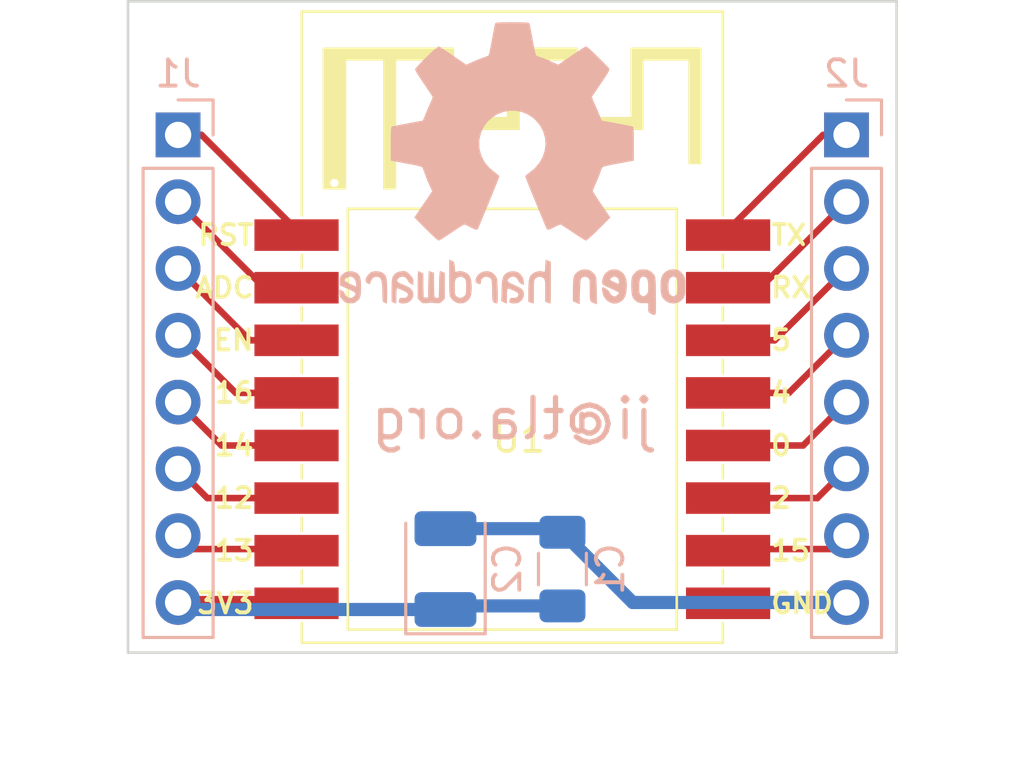
<source format=kicad_pcb>
(kicad_pcb (version 20171130) (host pcbnew 5.1.6-c6e7f7d~87~ubuntu18.04.1)

  (general
    (thickness 1.6)
    (drawings 5)
    (tracks 42)
    (zones 0)
    (modules 6)
    (nets 17)
  )

  (page A4)
  (layers
    (0 F.Cu signal)
    (31 B.Cu signal)
    (32 B.Adhes user)
    (33 F.Adhes user)
    (34 B.Paste user)
    (35 F.Paste user)
    (36 B.SilkS user)
    (37 F.SilkS user)
    (38 B.Mask user)
    (39 F.Mask user)
    (40 Dwgs.User user)
    (41 Cmts.User user)
    (42 Eco1.User user)
    (43 Eco2.User user)
    (44 Edge.Cuts user)
    (45 Margin user)
    (46 B.CrtYd user)
    (47 F.CrtYd user)
    (48 B.Fab user)
    (49 F.Fab user)
  )

  (setup
    (last_trace_width 0.25)
    (trace_clearance 0.2)
    (zone_clearance 0.508)
    (zone_45_only no)
    (trace_min 0.2)
    (via_size 0.8)
    (via_drill 0.4)
    (via_min_size 0.4)
    (via_min_drill 0.3)
    (uvia_size 0.3)
    (uvia_drill 0.1)
    (uvias_allowed no)
    (uvia_min_size 0.2)
    (uvia_min_drill 0.1)
    (edge_width 0.1)
    (segment_width 0.2)
    (pcb_text_width 0.3)
    (pcb_text_size 1.5 1.5)
    (mod_edge_width 0.15)
    (mod_text_size 1 1)
    (mod_text_width 0.15)
    (pad_size 1.524 1.524)
    (pad_drill 0.762)
    (pad_to_mask_clearance 0)
    (aux_axis_origin 0 0)
    (visible_elements FFFFFF7F)
    (pcbplotparams
      (layerselection 0x010f0_ffffffff)
      (usegerberextensions false)
      (usegerberattributes true)
      (usegerberadvancedattributes true)
      (creategerberjobfile true)
      (excludeedgelayer true)
      (linewidth 0.100000)
      (plotframeref false)
      (viasonmask false)
      (mode 1)
      (useauxorigin false)
      (hpglpennumber 1)
      (hpglpenspeed 20)
      (hpglpendiameter 15.000000)
      (psnegative false)
      (psa4output false)
      (plotreference true)
      (plotvalue true)
      (plotinvisibletext false)
      (padsonsilk false)
      (subtractmaskfromsilk false)
      (outputformat 1)
      (mirror false)
      (drillshape 0)
      (scaleselection 1)
      (outputdirectory ""))
  )

  (net 0 "")
  (net 1 +3V3)
  (net 2 GND)
  (net 3 /GPIO13)
  (net 4 /GPIO12)
  (net 5 /GPIO14)
  (net 6 /GPIO16)
  (net 7 /EN)
  (net 8 /ADC)
  (net 9 /~RST)
  (net 10 /TX)
  (net 11 /RX)
  (net 12 /GPIO5)
  (net 13 /GPIO4)
  (net 14 /GPIO0)
  (net 15 /GPIO2)
  (net 16 /GPIO15)

  (net_class Default "This is the default net class."
    (clearance 0.2)
    (trace_width 0.25)
    (via_dia 0.8)
    (via_drill 0.4)
    (uvia_dia 0.3)
    (uvia_drill 0.1)
    (add_net +3V3)
    (add_net /ADC)
    (add_net /EN)
    (add_net /GPIO0)
    (add_net /GPIO12)
    (add_net /GPIO13)
    (add_net /GPIO14)
    (add_net /GPIO15)
    (add_net /GPIO16)
    (add_net /GPIO2)
    (add_net /GPIO4)
    (add_net /GPIO5)
    (add_net /RX)
    (add_net /TX)
    (add_net /~RST)
    (add_net GND)
  )

  (module Symbol:OSHW-Logo2_14.6x12mm_SilkScreen (layer B.Cu) (tedit 0) (tstamp 5F402F73)
    (at 0 -2.54 180)
    (descr "Open Source Hardware Symbol")
    (tags "Logo Symbol OSHW")
    (attr virtual)
    (fp_text reference REF** (at 0 0) (layer B.SilkS) hide
      (effects (font (size 1 1) (thickness 0.15)) (justify mirror))
    )
    (fp_text value OSHW-Logo2_14.6x12mm_SilkScreen (at 0.75 0) (layer B.Fab) hide
      (effects (font (size 1 1) (thickness 0.15)) (justify mirror))
    )
    (fp_poly (pts (xy -4.8281 -3.861903) (xy -4.71655 -3.917522) (xy -4.618092 -4.019931) (xy -4.590977 -4.057864)
      (xy -4.561438 -4.1075) (xy -4.542272 -4.161412) (xy -4.531307 -4.233364) (xy -4.526371 -4.337122)
      (xy -4.525287 -4.474101) (xy -4.530182 -4.661815) (xy -4.547196 -4.802758) (xy -4.579823 -4.907908)
      (xy -4.631558 -4.988243) (xy -4.705896 -5.054741) (xy -4.711358 -5.058678) (xy -4.78462 -5.098953)
      (xy -4.87284 -5.11888) (xy -4.985038 -5.123793) (xy -5.167433 -5.123793) (xy -5.167509 -5.300857)
      (xy -5.169207 -5.39947) (xy -5.17955 -5.457314) (xy -5.206578 -5.492006) (xy -5.258332 -5.521164)
      (xy -5.270761 -5.527121) (xy -5.328923 -5.555039) (xy -5.373956 -5.572672) (xy -5.407441 -5.574194)
      (xy -5.430962 -5.553781) (xy -5.4461 -5.505607) (xy -5.454437 -5.423846) (xy -5.457556 -5.302672)
      (xy -5.45704 -5.13626) (xy -5.454471 -4.918785) (xy -5.453668 -4.853736) (xy -5.450778 -4.629502)
      (xy -5.448188 -4.482821) (xy -5.167586 -4.482821) (xy -5.166009 -4.607326) (xy -5.159 -4.688787)
      (xy -5.143142 -4.742515) (xy -5.115019 -4.783823) (xy -5.095925 -4.803971) (xy -5.017865 -4.862921)
      (xy -4.948753 -4.86772) (xy -4.87744 -4.819038) (xy -4.875632 -4.817241) (xy -4.846617 -4.779618)
      (xy -4.828967 -4.728484) (xy -4.820064 -4.649738) (xy -4.817291 -4.529276) (xy -4.817241 -4.502588)
      (xy -4.823942 -4.336583) (xy -4.845752 -4.221505) (xy -4.885235 -4.151254) (xy -4.944956 -4.119729)
      (xy -4.979472 -4.116552) (xy -5.061389 -4.13146) (xy -5.117579 -4.180548) (xy -5.151402 -4.270362)
      (xy -5.16622 -4.407445) (xy -5.167586 -4.482821) (xy -5.448188 -4.482821) (xy -5.447713 -4.455952)
      (xy -5.443753 -4.325382) (xy -5.438174 -4.230087) (xy -5.430254 -4.162364) (xy -5.419269 -4.114507)
      (xy -5.404499 -4.078813) (xy -5.385218 -4.047578) (xy -5.376951 -4.035824) (xy -5.267288 -3.924797)
      (xy -5.128635 -3.861847) (xy -4.968246 -3.844297) (xy -4.8281 -3.861903)) (layer B.SilkS) (width 0.01))
    (fp_poly (pts (xy -2.582571 -3.877719) (xy -2.488877 -3.931914) (xy -2.423736 -3.985707) (xy -2.376093 -4.042066)
      (xy -2.343272 -4.110987) (xy -2.322594 -4.202468) (xy -2.31138 -4.326506) (xy -2.306951 -4.493098)
      (xy -2.306437 -4.612851) (xy -2.306437 -5.053659) (xy -2.430517 -5.109283) (xy -2.554598 -5.164907)
      (xy -2.569195 -4.682095) (xy -2.575227 -4.501779) (xy -2.581555 -4.370901) (xy -2.589394 -4.280511)
      (xy -2.599963 -4.221664) (xy -2.614477 -4.185413) (xy -2.634152 -4.16281) (xy -2.640465 -4.157917)
      (xy -2.736112 -4.119706) (xy -2.832793 -4.134827) (xy -2.890345 -4.174943) (xy -2.913755 -4.20337)
      (xy -2.929961 -4.240672) (xy -2.940259 -4.297223) (xy -2.945951 -4.383394) (xy -2.948336 -4.509558)
      (xy -2.948736 -4.641042) (xy -2.948814 -4.805999) (xy -2.951639 -4.922761) (xy -2.961093 -5.00151)
      (xy -2.98106 -5.052431) (xy -3.015424 -5.085706) (xy -3.068068 -5.11152) (xy -3.138383 -5.138344)
      (xy -3.21518 -5.167542) (xy -3.206038 -4.649346) (xy -3.202357 -4.462539) (xy -3.19805 -4.32449)
      (xy -3.191877 -4.225568) (xy -3.182598 -4.156145) (xy -3.168973 -4.10659) (xy -3.149761 -4.067273)
      (xy -3.126598 -4.032584) (xy -3.014848 -3.92177) (xy -2.878487 -3.857689) (xy -2.730175 -3.842339)
      (xy -2.582571 -3.877719)) (layer B.SilkS) (width 0.01))
    (fp_poly (pts (xy -5.951779 -3.866015) (xy -5.814939 -3.937968) (xy -5.713949 -4.053766) (xy -5.678075 -4.128213)
      (xy -5.650161 -4.239992) (xy -5.635871 -4.381227) (xy -5.634516 -4.535371) (xy -5.645405 -4.685879)
      (xy -5.667847 -4.816205) (xy -5.70115 -4.909803) (xy -5.711385 -4.925922) (xy -5.832618 -5.046249)
      (xy -5.976613 -5.118317) (xy -6.132861 -5.139408) (xy -6.290852 -5.106802) (xy -6.33482 -5.087253)
      (xy -6.420444 -5.027012) (xy -6.495592 -4.947135) (xy -6.502694 -4.937004) (xy -6.531561 -4.888181)
      (xy -6.550643 -4.83599) (xy -6.561916 -4.767285) (xy -6.567355 -4.668918) (xy -6.568938 -4.527744)
      (xy -6.568965 -4.496092) (xy -6.568893 -4.486019) (xy -6.277011 -4.486019) (xy -6.275313 -4.619256)
      (xy -6.268628 -4.707674) (xy -6.254575 -4.764785) (xy -6.230771 -4.804102) (xy -6.218621 -4.817241)
      (xy -6.148764 -4.867172) (xy -6.080941 -4.864895) (xy -6.012365 -4.821584) (xy -5.971465 -4.775346)
      (xy -5.947242 -4.707857) (xy -5.933639 -4.601433) (xy -5.932706 -4.58902) (xy -5.930384 -4.396147)
      (xy -5.95465 -4.2529) (xy -6.005176 -4.16016) (xy -6.081632 -4.118807) (xy -6.108924 -4.116552)
      (xy -6.180589 -4.127893) (xy -6.22961 -4.167184) (xy -6.259582 -4.242326) (xy -6.274101 -4.361222)
      (xy -6.277011 -4.486019) (xy -6.568893 -4.486019) (xy -6.567878 -4.345659) (xy -6.563312 -4.240549)
      (xy -6.553312 -4.167714) (xy -6.535921 -4.114108) (xy -6.509184 -4.066681) (xy -6.503276 -4.057864)
      (xy -6.403968 -3.939007) (xy -6.295758 -3.870008) (xy -6.164019 -3.842619) (xy -6.119283 -3.841281)
      (xy -5.951779 -3.866015)) (layer B.SilkS) (width 0.01))
    (fp_poly (pts (xy -3.684448 -3.884676) (xy -3.569342 -3.962111) (xy -3.480389 -4.073949) (xy -3.427251 -4.216265)
      (xy -3.416503 -4.321015) (xy -3.417724 -4.364726) (xy -3.427944 -4.398194) (xy -3.456039 -4.428179)
      (xy -3.510884 -4.46144) (xy -3.601355 -4.504738) (xy -3.736328 -4.564833) (xy -3.737011 -4.565134)
      (xy -3.861249 -4.622037) (xy -3.963127 -4.672565) (xy -4.032233 -4.71128) (xy -4.058154 -4.73274)
      (xy -4.058161 -4.732913) (xy -4.035315 -4.779644) (xy -3.981891 -4.831154) (xy -3.920558 -4.868261)
      (xy -3.889485 -4.875632) (xy -3.804711 -4.850138) (xy -3.731707 -4.786291) (xy -3.696087 -4.716094)
      (xy -3.66182 -4.664343) (xy -3.594697 -4.605409) (xy -3.515792 -4.554496) (xy -3.446179 -4.526809)
      (xy -3.431623 -4.525287) (xy -3.415237 -4.550321) (xy -3.41425 -4.614311) (xy -3.426292 -4.700593)
      (xy -3.448993 -4.792501) (xy -3.479986 -4.873369) (xy -3.481552 -4.876509) (xy -3.574819 -5.006734)
      (xy -3.695696 -5.095311) (xy -3.832973 -5.138786) (xy -3.97544 -5.133706) (xy -4.111888 -5.076616)
      (xy -4.117955 -5.072602) (xy -4.22529 -4.975326) (xy -4.295868 -4.848409) (xy -4.334926 -4.681526)
      (xy -4.340168 -4.634639) (xy -4.349452 -4.413329) (xy -4.338322 -4.310124) (xy -4.058161 -4.310124)
      (xy -4.054521 -4.374503) (xy -4.034611 -4.393291) (xy -3.984974 -4.379235) (xy -3.906733 -4.346009)
      (xy -3.819274 -4.304359) (xy -3.817101 -4.303256) (xy -3.74297 -4.264265) (xy -3.713219 -4.238244)
      (xy -3.720555 -4.210965) (xy -3.751447 -4.175121) (xy -3.83004 -4.123251) (xy -3.914677 -4.119439)
      (xy -3.990597 -4.157189) (xy -4.043035 -4.230001) (xy -4.058161 -4.310124) (xy -4.338322 -4.310124)
      (xy -4.330356 -4.236261) (xy -4.281366 -4.095829) (xy -4.213164 -3.997447) (xy -4.090065 -3.89803)
      (xy -3.954472 -3.848711) (xy -3.816045 -3.845568) (xy -3.684448 -3.884676)) (layer B.SilkS) (width 0.01))
    (fp_poly (pts (xy -1.255402 -3.723857) (xy -1.246846 -3.843188) (xy -1.237019 -3.913506) (xy -1.223401 -3.944179)
      (xy -1.203473 -3.944571) (xy -1.197011 -3.94091) (xy -1.11106 -3.914398) (xy -0.999255 -3.915946)
      (xy -0.885586 -3.943199) (xy -0.81449 -3.978455) (xy -0.741595 -4.034778) (xy -0.688307 -4.098519)
      (xy -0.651725 -4.17951) (xy -0.62895 -4.287586) (xy -0.617081 -4.43258) (xy -0.613218 -4.624326)
      (xy -0.613149 -4.661109) (xy -0.613103 -5.074288) (xy -0.705046 -5.106339) (xy -0.770348 -5.128144)
      (xy -0.806176 -5.138297) (xy -0.80723 -5.138391) (xy -0.810758 -5.11086) (xy -0.813761 -5.034923)
      (xy -0.81601 -4.920565) (xy -0.817276 -4.777769) (xy -0.817471 -4.690951) (xy -0.817877 -4.519773)
      (xy -0.819968 -4.397088) (xy -0.825053 -4.313) (xy -0.83444 -4.257614) (xy -0.849439 -4.221032)
      (xy -0.871358 -4.193359) (xy -0.885043 -4.180032) (xy -0.979051 -4.126328) (xy -1.081636 -4.122307)
      (xy -1.17471 -4.167725) (xy -1.191922 -4.184123) (xy -1.217168 -4.214957) (xy -1.23468 -4.251531)
      (xy -1.245858 -4.304415) (xy -1.252104 -4.384177) (xy -1.254818 -4.501385) (xy -1.255402 -4.662991)
      (xy -1.255402 -5.074288) (xy -1.347345 -5.106339) (xy -1.412647 -5.128144) (xy -1.448475 -5.138297)
      (xy -1.449529 -5.138391) (xy -1.452225 -5.110448) (xy -1.454655 -5.03163) (xy -1.456722 -4.909453)
      (xy -1.458329 -4.751432) (xy -1.459377 -4.565083) (xy -1.459769 -4.35792) (xy -1.45977 -4.348706)
      (xy -1.45977 -3.55902) (xy -1.364885 -3.518997) (xy -1.27 -3.478973) (xy -1.255402 -3.723857)) (layer B.SilkS) (width 0.01))
    (fp_poly (pts (xy 0.079944 -3.92436) (xy 0.194343 -3.966842) (xy 0.195652 -3.967658) (xy 0.266403 -4.01973)
      (xy 0.318636 -4.080584) (xy 0.355371 -4.159887) (xy 0.379634 -4.267309) (xy 0.394445 -4.412517)
      (xy 0.402829 -4.605179) (xy 0.403564 -4.632628) (xy 0.41412 -5.046521) (xy 0.325291 -5.092456)
      (xy 0.261018 -5.123498) (xy 0.22221 -5.138206) (xy 0.220415 -5.138391) (xy 0.2137 -5.11125)
      (xy 0.208365 -5.038041) (xy 0.205083 -4.931081) (xy 0.204368 -4.844469) (xy 0.204351 -4.704162)
      (xy 0.197937 -4.616051) (xy 0.17558 -4.574025) (xy 0.127732 -4.571975) (xy 0.044849 -4.60379)
      (xy -0.080287 -4.662272) (xy -0.172303 -4.710845) (xy -0.219629 -4.752986) (xy -0.233542 -4.798916)
      (xy -0.233563 -4.801189) (xy -0.210605 -4.880311) (xy -0.14263 -4.923055) (xy -0.038602 -4.929246)
      (xy 0.03633 -4.928172) (xy 0.075839 -4.949753) (xy 0.100478 -5.001591) (xy 0.114659 -5.067632)
      (xy 0.094223 -5.105104) (xy 0.086528 -5.110467) (xy 0.014083 -5.132006) (xy -0.087367 -5.135055)
      (xy -0.191843 -5.120778) (xy -0.265875 -5.094688) (xy -0.368228 -5.007785) (xy -0.426409 -4.886816)
      (xy -0.437931 -4.792308) (xy -0.429138 -4.707062) (xy -0.39732 -4.637476) (xy -0.334316 -4.575672)
      (xy -0.231969 -4.513772) (xy -0.082118 -4.443897) (xy -0.072988 -4.439948) (xy 0.061997 -4.377588)
      (xy 0.145294 -4.326446) (xy 0.180997 -4.280488) (xy 0.173203 -4.233683) (xy 0.126007 -4.179998)
      (xy 0.111894 -4.167644) (xy 0.017359 -4.119741) (xy -0.080594 -4.121758) (xy -0.165903 -4.168724)
      (xy -0.222504 -4.255669) (xy -0.227763 -4.272734) (xy -0.278977 -4.355504) (xy -0.343963 -4.395372)
      (xy -0.437931 -4.434882) (xy -0.437931 -4.332658) (xy -0.409347 -4.184072) (xy -0.324505 -4.047784)
      (xy -0.280355 -4.002191) (xy -0.179995 -3.943674) (xy -0.052365 -3.917184) (xy 0.079944 -3.92436)) (layer B.SilkS) (width 0.01))
    (fp_poly (pts (xy 1.065943 -3.92192) (xy 1.198565 -3.970859) (xy 1.30601 -4.057419) (xy 1.348032 -4.118352)
      (xy 1.393843 -4.230161) (xy 1.392891 -4.311006) (xy 1.344808 -4.365378) (xy 1.327017 -4.374624)
      (xy 1.250204 -4.40345) (xy 1.210976 -4.396065) (xy 1.197689 -4.347658) (xy 1.197012 -4.32092)
      (xy 1.172686 -4.222548) (xy 1.109281 -4.153734) (xy 1.021154 -4.120498) (xy 0.922663 -4.128861)
      (xy 0.842602 -4.172296) (xy 0.815561 -4.197072) (xy 0.796394 -4.227129) (xy 0.783446 -4.272565)
      (xy 0.775064 -4.343476) (xy 0.769593 -4.44996) (xy 0.765378 -4.602112) (xy 0.764287 -4.650287)
      (xy 0.760307 -4.815095) (xy 0.755781 -4.931088) (xy 0.748995 -5.007833) (xy 0.738231 -5.054893)
      (xy 0.721773 -5.081835) (xy 0.697906 -5.098223) (xy 0.682626 -5.105463) (xy 0.617733 -5.13022)
      (xy 0.579534 -5.138391) (xy 0.566912 -5.111103) (xy 0.559208 -5.028603) (xy 0.55638 -4.889941)
      (xy 0.558386 -4.694162) (xy 0.559011 -4.663965) (xy 0.563421 -4.485349) (xy 0.568635 -4.354923)
      (xy 0.576055 -4.262492) (xy 0.587082 -4.197858) (xy 0.603117 -4.150825) (xy 0.625561 -4.111196)
      (xy 0.637302 -4.094215) (xy 0.704619 -4.01908) (xy 0.77991 -3.960638) (xy 0.789128 -3.955536)
      (xy 0.924133 -3.91526) (xy 1.065943 -3.92192)) (layer B.SilkS) (width 0.01))
    (fp_poly (pts (xy 2.393914 -4.154455) (xy 2.393543 -4.372661) (xy 2.392108 -4.540519) (xy 2.389002 -4.66607)
      (xy 2.383622 -4.757355) (xy 2.375362 -4.822415) (xy 2.363616 -4.869291) (xy 2.347781 -4.906024)
      (xy 2.33579 -4.926991) (xy 2.23649 -5.040694) (xy 2.110588 -5.111965) (xy 1.971291 -5.137538)
      (xy 1.831805 -5.11415) (xy 1.748743 -5.072119) (xy 1.661545 -4.999411) (xy 1.602117 -4.910612)
      (xy 1.566261 -4.79432) (xy 1.549781 -4.639135) (xy 1.547447 -4.525287) (xy 1.547761 -4.517106)
      (xy 1.751724 -4.517106) (xy 1.75297 -4.647657) (xy 1.758678 -4.73408) (xy 1.771804 -4.790618)
      (xy 1.795306 -4.831514) (xy 1.823386 -4.862362) (xy 1.917688 -4.921905) (xy 2.01894 -4.926992)
      (xy 2.114636 -4.877279) (xy 2.122084 -4.870543) (xy 2.153874 -4.835502) (xy 2.173808 -4.793811)
      (xy 2.1846 -4.731762) (xy 2.188965 -4.635644) (xy 2.189655 -4.529379) (xy 2.188159 -4.39588)
      (xy 2.181964 -4.306822) (xy 2.168514 -4.248293) (xy 2.145251 -4.206382) (xy 2.126175 -4.184123)
      (xy 2.037563 -4.127985) (xy 1.935508 -4.121235) (xy 1.838095 -4.164114) (xy 1.819296 -4.180032)
      (xy 1.787293 -4.215382) (xy 1.767318 -4.257502) (xy 1.756593 -4.320251) (xy 1.752339 -4.417487)
      (xy 1.751724 -4.517106) (xy 1.547761 -4.517106) (xy 1.554504 -4.341947) (xy 1.578472 -4.204195)
      (xy 1.623548 -4.100632) (xy 1.693928 -4.019856) (xy 1.748743 -3.978455) (xy 1.848376 -3.933728)
      (xy 1.963855 -3.912967) (xy 2.071199 -3.918525) (xy 2.131264 -3.940943) (xy 2.154835 -3.947323)
      (xy 2.170477 -3.923535) (xy 2.181395 -3.859788) (xy 2.189655 -3.762687) (xy 2.198699 -3.654541)
      (xy 2.211261 -3.589475) (xy 2.234119 -3.552268) (xy 2.274051 -3.527699) (xy 2.299138 -3.516819)
      (xy 2.394023 -3.477072) (xy 2.393914 -4.154455)) (layer B.SilkS) (width 0.01))
    (fp_poly (pts (xy 3.580124 -3.93984) (xy 3.584579 -4.016653) (xy 3.588071 -4.133391) (xy 3.590315 -4.280821)
      (xy 3.591035 -4.435455) (xy 3.591035 -4.958727) (xy 3.498645 -5.051117) (xy 3.434978 -5.108047)
      (xy 3.379089 -5.131107) (xy 3.302702 -5.129647) (xy 3.27238 -5.125934) (xy 3.17761 -5.115126)
      (xy 3.099222 -5.108933) (xy 3.080115 -5.108361) (xy 3.015699 -5.112102) (xy 2.923571 -5.121494)
      (xy 2.88785 -5.125934) (xy 2.800114 -5.132801) (xy 2.741153 -5.117885) (xy 2.68269 -5.071835)
      (xy 2.661585 -5.051117) (xy 2.569195 -4.958727) (xy 2.569195 -3.979947) (xy 2.643558 -3.946066)
      (xy 2.70759 -3.92097) (xy 2.745052 -3.912184) (xy 2.754657 -3.93995) (xy 2.763635 -4.01753)
      (xy 2.771386 -4.136348) (xy 2.777314 -4.287828) (xy 2.780173 -4.415805) (xy 2.788161 -4.919425)
      (xy 2.857848 -4.929278) (xy 2.921229 -4.922389) (xy 2.952286 -4.900083) (xy 2.960967 -4.858379)
      (xy 2.968378 -4.769544) (xy 2.973931 -4.644834) (xy 2.977036 -4.495507) (xy 2.977484 -4.418661)
      (xy 2.977931 -3.976287) (xy 3.069874 -3.944235) (xy 3.134949 -3.922443) (xy 3.170347 -3.912281)
      (xy 3.171368 -3.912184) (xy 3.17492 -3.939809) (xy 3.178823 -4.016411) (xy 3.182751 -4.132579)
      (xy 3.186376 -4.278904) (xy 3.188908 -4.415805) (xy 3.196897 -4.919425) (xy 3.372069 -4.919425)
      (xy 3.380107 -4.459965) (xy 3.388146 -4.000505) (xy 3.473543 -3.956344) (xy 3.536593 -3.926019)
      (xy 3.57391 -3.912258) (xy 3.574987 -3.912184) (xy 3.580124 -3.93984)) (layer B.SilkS) (width 0.01))
    (fp_poly (pts (xy 4.314406 -3.935156) (xy 4.398469 -3.973393) (xy 4.46445 -4.019726) (xy 4.512794 -4.071532)
      (xy 4.546172 -4.138363) (xy 4.567253 -4.229769) (xy 4.578707 -4.355301) (xy 4.583203 -4.524508)
      (xy 4.583678 -4.635933) (xy 4.583678 -5.070627) (xy 4.509316 -5.104509) (xy 4.450746 -5.129272)
      (xy 4.42173 -5.138391) (xy 4.416179 -5.111257) (xy 4.411775 -5.038094) (xy 4.409078 -4.931263)
      (xy 4.408506 -4.846437) (xy 4.406046 -4.723887) (xy 4.399412 -4.626668) (xy 4.389726 -4.567134)
      (xy 4.382032 -4.554483) (xy 4.330311 -4.567402) (xy 4.249117 -4.600539) (xy 4.155102 -4.645461)
      (xy 4.064917 -4.693735) (xy 3.995215 -4.736928) (xy 3.962648 -4.766608) (xy 3.962519 -4.766929)
      (xy 3.96532 -4.821857) (xy 3.990439 -4.874292) (xy 4.034541 -4.916881) (xy 4.098909 -4.931126)
      (xy 4.153921 -4.929466) (xy 4.231835 -4.928245) (xy 4.272732 -4.946498) (xy 4.297295 -4.994726)
      (xy 4.300392 -5.00382) (xy 4.31104 -5.072598) (xy 4.282565 -5.11436) (xy 4.208344 -5.134263)
      (xy 4.128168 -5.137944) (xy 3.98389 -5.110658) (xy 3.909203 -5.07169) (xy 3.816963 -4.980148)
      (xy 3.768043 -4.867782) (xy 3.763654 -4.749051) (xy 3.805001 -4.638411) (xy 3.867197 -4.56908)
      (xy 3.929294 -4.530265) (xy 4.026895 -4.481125) (xy 4.140632 -4.431292) (xy 4.15959 -4.423677)
      (xy 4.284521 -4.368545) (xy 4.356539 -4.319954) (xy 4.3797 -4.271647) (xy 4.358064 -4.21737)
      (xy 4.32092 -4.174943) (xy 4.233127 -4.122702) (xy 4.13653 -4.118784) (xy 4.047944 -4.159041)
      (xy 3.984186 -4.239326) (xy 3.975817 -4.26004) (xy 3.927096 -4.336225) (xy 3.855965 -4.392785)
      (xy 3.766207 -4.439201) (xy 3.766207 -4.307584) (xy 3.77149 -4.227168) (xy 3.794142 -4.163786)
      (xy 3.844367 -4.096163) (xy 3.892582 -4.044076) (xy 3.967554 -3.970322) (xy 4.025806 -3.930702)
      (xy 4.088372 -3.91481) (xy 4.159193 -3.912184) (xy 4.314406 -3.935156)) (layer B.SilkS) (width 0.01))
    (fp_poly (pts (xy 5.33569 -3.940018) (xy 5.370585 -3.955269) (xy 5.453877 -4.021235) (xy 5.525103 -4.116618)
      (xy 5.569153 -4.218406) (xy 5.576322 -4.268587) (xy 5.552285 -4.338647) (xy 5.499561 -4.375717)
      (xy 5.443031 -4.398164) (xy 5.417146 -4.4023) (xy 5.404542 -4.372283) (xy 5.379654 -4.306961)
      (xy 5.368735 -4.277445) (xy 5.307508 -4.175348) (xy 5.218861 -4.124423) (xy 5.105193 -4.125989)
      (xy 5.096774 -4.127994) (xy 5.036088 -4.156767) (xy 4.991474 -4.212859) (xy 4.961002 -4.303163)
      (xy 4.942744 -4.434571) (xy 4.934771 -4.613974) (xy 4.934023 -4.709433) (xy 4.933652 -4.859913)
      (xy 4.931223 -4.962495) (xy 4.92476 -5.027672) (xy 4.912288 -5.065938) (xy 4.891833 -5.087785)
      (xy 4.861419 -5.103707) (xy 4.859661 -5.104509) (xy 4.801091 -5.129272) (xy 4.772075 -5.138391)
      (xy 4.767616 -5.110822) (xy 4.763799 -5.03462) (xy 4.760899 -4.919541) (xy 4.759191 -4.775341)
      (xy 4.758851 -4.669814) (xy 4.760588 -4.465613) (xy 4.767382 -4.310697) (xy 4.781607 -4.196024)
      (xy 4.805638 -4.112551) (xy 4.841848 -4.051236) (xy 4.892612 -4.003034) (xy 4.942739 -3.969393)
      (xy 5.063275 -3.924619) (xy 5.203557 -3.914521) (xy 5.33569 -3.940018)) (layer B.SilkS) (width 0.01))
    (fp_poly (pts (xy 6.343439 -3.95654) (xy 6.45895 -4.032034) (xy 6.514664 -4.099617) (xy 6.558804 -4.222255)
      (xy 6.562309 -4.319298) (xy 6.554368 -4.449056) (xy 6.255115 -4.580039) (xy 6.109611 -4.646958)
      (xy 6.014537 -4.70079) (xy 5.965101 -4.747416) (xy 5.956511 -4.79272) (xy 5.983972 -4.842582)
      (xy 6.014253 -4.875632) (xy 6.102363 -4.928633) (xy 6.198196 -4.932347) (xy 6.286212 -4.891041)
      (xy 6.350869 -4.808983) (xy 6.362433 -4.780008) (xy 6.417825 -4.689509) (xy 6.481553 -4.65094)
      (xy 6.568966 -4.617946) (xy 6.568966 -4.743034) (xy 6.561238 -4.828156) (xy 6.530966 -4.899938)
      (xy 6.467518 -4.982356) (xy 6.458088 -4.993066) (xy 6.387513 -5.066391) (xy 6.326847 -5.105742)
      (xy 6.25095 -5.123845) (xy 6.18803 -5.129774) (xy 6.075487 -5.131251) (xy 5.99537 -5.112535)
      (xy 5.94539 -5.084747) (xy 5.866838 -5.023641) (xy 5.812463 -4.957554) (xy 5.778052 -4.874441)
      (xy 5.759388 -4.762254) (xy 5.752256 -4.608946) (xy 5.751687 -4.531136) (xy 5.753622 -4.437853)
      (xy 5.929899 -4.437853) (xy 5.931944 -4.487896) (xy 5.937039 -4.496092) (xy 5.970666 -4.484958)
      (xy 6.04303 -4.455493) (xy 6.139747 -4.413601) (xy 6.159973 -4.404597) (xy 6.282203 -4.342442)
      (xy 6.349547 -4.287815) (xy 6.364348 -4.236649) (xy 6.328947 -4.184876) (xy 6.299711 -4.162)
      (xy 6.194216 -4.11625) (xy 6.095476 -4.123808) (xy 6.012812 -4.179651) (xy 5.955548 -4.278753)
      (xy 5.937188 -4.357414) (xy 5.929899 -4.437853) (xy 5.753622 -4.437853) (xy 5.755459 -4.349351)
      (xy 5.769359 -4.214853) (xy 5.796894 -4.116916) (xy 5.841572 -4.044811) (xy 5.906901 -3.987813)
      (xy 5.935383 -3.969393) (xy 6.064763 -3.921422) (xy 6.206412 -3.918403) (xy 6.343439 -3.95654)) (layer B.SilkS) (width 0.01))
    (fp_poly (pts (xy 0.209014 5.547002) (xy 0.367006 5.546137) (xy 0.481347 5.543795) (xy 0.559407 5.539238)
      (xy 0.608554 5.53173) (xy 0.636159 5.520534) (xy 0.649592 5.504912) (xy 0.656221 5.484127)
      (xy 0.656865 5.481437) (xy 0.666935 5.432887) (xy 0.685575 5.337095) (xy 0.710845 5.204257)
      (xy 0.740807 5.044569) (xy 0.773522 4.868226) (xy 0.774664 4.862033) (xy 0.807433 4.689218)
      (xy 0.838093 4.536531) (xy 0.864664 4.413129) (xy 0.885167 4.328169) (xy 0.897626 4.29081)
      (xy 0.89822 4.290148) (xy 0.934919 4.271905) (xy 1.010586 4.241503) (xy 1.108878 4.205507)
      (xy 1.109425 4.205315) (xy 1.233233 4.158778) (xy 1.379196 4.099496) (xy 1.516781 4.039891)
      (xy 1.523293 4.036944) (xy 1.74739 3.935235) (xy 2.243619 4.274103) (xy 2.395846 4.377408)
      (xy 2.533741 4.469763) (xy 2.649315 4.545916) (xy 2.734579 4.600615) (xy 2.781544 4.628607)
      (xy 2.786004 4.630683) (xy 2.820134 4.62144) (xy 2.883881 4.576844) (xy 2.979731 4.494791)
      (xy 3.110169 4.373179) (xy 3.243328 4.243795) (xy 3.371694 4.116298) (xy 3.486581 3.999954)
      (xy 3.581073 3.901948) (xy 3.648253 3.829464) (xy 3.681206 3.789687) (xy 3.682432 3.787639)
      (xy 3.686074 3.760344) (xy 3.67235 3.715766) (xy 3.637869 3.647888) (xy 3.579239 3.550689)
      (xy 3.49307 3.418149) (xy 3.3782 3.247524) (xy 3.276254 3.097345) (xy 3.185123 2.96265)
      (xy 3.110073 2.85126) (xy 3.056369 2.770995) (xy 3.02928 2.729675) (xy 3.027574 2.72687)
      (xy 3.030882 2.687279) (xy 3.055953 2.610331) (xy 3.097798 2.510568) (xy 3.112712 2.478709)
      (xy 3.177786 2.336774) (xy 3.247212 2.175727) (xy 3.303609 2.036379) (xy 3.344247 1.932956)
      (xy 3.376526 1.854358) (xy 3.395178 1.81328) (xy 3.397497 1.810115) (xy 3.431803 1.804872)
      (xy 3.512669 1.790506) (xy 3.629343 1.769063) (xy 3.771075 1.742587) (xy 3.92711 1.713123)
      (xy 4.086698 1.682717) (xy 4.239085 1.653412) (xy 4.373521 1.627255) (xy 4.479252 1.60629)
      (xy 4.545526 1.592561) (xy 4.561782 1.58868) (xy 4.578573 1.5791) (xy 4.591249 1.557464)
      (xy 4.600378 1.516469) (xy 4.606531 1.448811) (xy 4.61028 1.347188) (xy 4.612192 1.204297)
      (xy 4.61284 1.012835) (xy 4.612874 0.934355) (xy 4.612874 0.296094) (xy 4.459598 0.26584)
      (xy 4.374322 0.249436) (xy 4.24707 0.225491) (xy 4.093315 0.196893) (xy 3.928534 0.166533)
      (xy 3.882989 0.158194) (xy 3.730932 0.12863) (xy 3.598468 0.099558) (xy 3.496714 0.073671)
      (xy 3.436788 0.053663) (xy 3.426805 0.047699) (xy 3.402293 0.005466) (xy 3.367148 -0.07637)
      (xy 3.328173 -0.181683) (xy 3.320442 -0.204368) (xy 3.26936 -0.345018) (xy 3.205954 -0.503714)
      (xy 3.143904 -0.646225) (xy 3.143598 -0.646886) (xy 3.040267 -0.87044) (xy 3.719961 -1.870232)
      (xy 3.283621 -2.3073) (xy 3.151649 -2.437381) (xy 3.031279 -2.552048) (xy 2.929273 -2.645181)
      (xy 2.852391 -2.710658) (xy 2.807393 -2.742357) (xy 2.800938 -2.744368) (xy 2.76304 -2.728529)
      (xy 2.685708 -2.684496) (xy 2.577389 -2.61749) (xy 2.446532 -2.532734) (xy 2.305052 -2.437816)
      (xy 2.161461 -2.340998) (xy 2.033435 -2.256751) (xy 1.929105 -2.190258) (xy 1.8566 -2.146702)
      (xy 1.824158 -2.131264) (xy 1.784576 -2.144328) (xy 1.709519 -2.17875) (xy 1.614468 -2.22738)
      (xy 1.604392 -2.232785) (xy 1.476391 -2.29698) (xy 1.388618 -2.328463) (xy 1.334028 -2.328798)
      (xy 1.305575 -2.299548) (xy 1.30541 -2.299138) (xy 1.291188 -2.264498) (xy 1.257269 -2.182269)
      (xy 1.206284 -2.058814) (xy 1.140862 -1.900498) (xy 1.063634 -1.713686) (xy 0.977229 -1.504742)
      (xy 0.893551 -1.302446) (xy 0.801588 -1.0792) (xy 0.71715 -0.872392) (xy 0.642769 -0.688362)
      (xy 0.580974 -0.533451) (xy 0.534297 -0.413996) (xy 0.505268 -0.336339) (xy 0.496322 -0.307356)
      (xy 0.518756 -0.27411) (xy 0.577439 -0.221123) (xy 0.655689 -0.162704) (xy 0.878534 0.022048)
      (xy 1.052718 0.233818) (xy 1.176154 0.468144) (xy 1.246754 0.720566) (xy 1.262431 0.986623)
      (xy 1.251036 1.109425) (xy 1.18895 1.364207) (xy 1.082023 1.589199) (xy 0.936889 1.782183)
      (xy 0.760178 1.940939) (xy 0.558522 2.06325) (xy 0.338554 2.146895) (xy 0.106906 2.189656)
      (xy -0.129791 2.189313) (xy -0.364905 2.143648) (xy -0.591804 2.050441) (xy -0.803856 1.907473)
      (xy -0.892364 1.826617) (xy -1.062111 1.618993) (xy -1.180301 1.392105) (xy -1.247722 1.152567)
      (xy -1.26516 0.906993) (xy -1.233402 0.661997) (xy -1.153235 0.424192) (xy -1.025445 0.200193)
      (xy -0.85082 -0.003387) (xy -0.655688 -0.162704) (xy -0.574409 -0.223602) (xy -0.516991 -0.276015)
      (xy -0.496322 -0.307406) (xy -0.507144 -0.341639) (xy -0.537923 -0.423419) (xy -0.586126 -0.546407)
      (xy -0.649222 -0.704263) (xy -0.724678 -0.890649) (xy -0.809962 -1.099226) (xy -0.893781 -1.302496)
      (xy -0.986255 -1.525933) (xy -1.071911 -1.732984) (xy -1.148118 -1.917286) (xy -1.212247 -2.072475)
      (xy -1.261668 -2.192188) (xy -1.293752 -2.270061) (xy -1.305641 -2.299138) (xy -1.333726 -2.328677)
      (xy -1.388051 -2.328591) (xy -1.475605 -2.297326) (xy -1.603381 -2.233329) (xy -1.604392 -2.232785)
      (xy -1.700598 -2.183121) (xy -1.778369 -2.146945) (xy -1.822223 -2.131408) (xy -1.824158 -2.131264)
      (xy -1.857171 -2.147024) (xy -1.930054 -2.19085) (xy -2.034678 -2.257557) (xy -2.16291 -2.341964)
      (xy -2.305052 -2.437816) (xy -2.449767 -2.534867) (xy -2.580196 -2.61927) (xy -2.68789 -2.685801)
      (xy -2.764402 -2.729238) (xy -2.800938 -2.744368) (xy -2.834582 -2.724482) (xy -2.902224 -2.668903)
      (xy -2.997107 -2.583754) (xy -3.11247 -2.475153) (xy -3.241555 -2.349221) (xy -3.283771 -2.307149)
      (xy -3.720261 -1.869931) (xy -3.388023 -1.38234) (xy -3.287054 -1.232605) (xy -3.198438 -1.09822)
      (xy -3.127146 -0.986969) (xy -3.07815 -0.906639) (xy -3.056422 -0.865014) (xy -3.055785 -0.862053)
      (xy -3.06724 -0.822818) (xy -3.098051 -0.743895) (xy -3.142884 -0.638509) (xy -3.174353 -0.567954)
      (xy -3.233192 -0.432876) (xy -3.288604 -0.296409) (xy -3.331564 -0.181103) (xy -3.343234 -0.145977)
      (xy -3.376389 -0.052174) (xy -3.408799 0.020306) (xy -3.426601 0.047699) (xy -3.465886 0.064464)
      (xy -3.551626 0.08823) (xy -3.672697 0.116303) (xy -3.817973 0.145991) (xy -3.882988 0.158194)
      (xy -4.048087 0.188532) (xy -4.206448 0.217907) (xy -4.342596 0.243431) (xy -4.441057 0.262215)
      (xy -4.459598 0.26584) (xy -4.612873 0.296094) (xy -4.612873 0.934355) (xy -4.612529 1.14423)
      (xy -4.611116 1.30302) (xy -4.608064 1.418027) (xy -4.602803 1.496554) (xy -4.594763 1.545904)
      (xy -4.583373 1.573381) (xy -4.568063 1.586287) (xy -4.561782 1.58868) (xy -4.523896 1.597167)
      (xy -4.440195 1.6141) (xy -4.321433 1.637434) (xy -4.178361 1.665125) (xy -4.021732 1.695127)
      (xy -3.862297 1.725396) (xy -3.710809 1.753885) (xy -3.578019 1.778551) (xy -3.474681 1.797349)
      (xy -3.411545 1.808233) (xy -3.397497 1.810115) (xy -3.38477 1.835296) (xy -3.3566 1.902378)
      (xy -3.318252 1.998667) (xy -3.303609 2.036379) (xy -3.244548 2.182079) (xy -3.175 2.343049)
      (xy -3.112712 2.478709) (xy -3.066879 2.582439) (xy -3.036387 2.667674) (xy -3.026208 2.719874)
      (xy -3.027831 2.72687) (xy -3.049343 2.759898) (xy -3.098465 2.833357) (xy -3.169923 2.939423)
      (xy -3.258445 3.070274) (xy -3.358759 3.218088) (xy -3.378594 3.247266) (xy -3.494988 3.420137)
      (xy -3.580548 3.551774) (xy -3.638684 3.648239) (xy -3.672808 3.715592) (xy -3.686331 3.759894)
      (xy -3.682664 3.787206) (xy -3.68257 3.78738) (xy -3.653707 3.823254) (xy -3.589867 3.892609)
      (xy -3.497969 3.988255) (xy -3.384933 4.103001) (xy -3.257679 4.229659) (xy -3.243328 4.243795)
      (xy -3.082957 4.399097) (xy -2.959195 4.51313) (xy -2.869555 4.587998) (xy -2.811552 4.625804)
      (xy -2.786004 4.630683) (xy -2.748718 4.609397) (xy -2.671343 4.560227) (xy -2.561867 4.488425)
      (xy -2.42828 4.399245) (xy -2.27857 4.297937) (xy -2.243618 4.274103) (xy -1.74739 3.935235)
      (xy -1.523293 4.036944) (xy -1.387011 4.096217) (xy -1.240724 4.15583) (xy -1.114965 4.20336)
      (xy -1.109425 4.205315) (xy -1.011057 4.241323) (xy -0.935229 4.271771) (xy -0.898282 4.290095)
      (xy -0.89822 4.290148) (xy -0.886496 4.323271) (xy -0.866568 4.404733) (xy -0.840413 4.525375)
      (xy -0.81001 4.676041) (xy -0.777337 4.847572) (xy -0.774664 4.862033) (xy -0.74189 5.038765)
      (xy -0.711802 5.19919) (xy -0.686339 5.333112) (xy -0.667441 5.430337) (xy -0.657047 5.480668)
      (xy -0.656865 5.481437) (xy -0.650539 5.502847) (xy -0.638239 5.519012) (xy -0.612594 5.530669)
      (xy -0.566235 5.538555) (xy -0.491792 5.543407) (xy -0.381895 5.545961) (xy -0.229175 5.546955)
      (xy -0.026262 5.547126) (xy 0 5.547126) (xy 0.209014 5.547002)) (layer B.SilkS) (width 0.01))
  )

  (module Capacitor_SMD:C_1206_3216Metric (layer B.Cu) (tedit 5B301BBE) (tstamp 5F4022E0)
    (at 1.905 12.7 90)
    (descr "Capacitor SMD 1206 (3216 Metric), square (rectangular) end terminal, IPC_7351 nominal, (Body size source: http://www.tortai-tech.com/upload/download/2011102023233369053.pdf), generated with kicad-footprint-generator")
    (tags capacitor)
    (path /5F4CE94A)
    (attr smd)
    (fp_text reference C1 (at 0 1.82 90) (layer B.SilkS)
      (effects (font (size 1 1) (thickness 0.15)) (justify mirror))
    )
    (fp_text value 100n (at 0 -1.82 90) (layer B.Fab)
      (effects (font (size 1 1) (thickness 0.15)) (justify mirror))
    )
    (fp_line (start 2.28 -1.12) (end -2.28 -1.12) (layer B.CrtYd) (width 0.05))
    (fp_line (start 2.28 1.12) (end 2.28 -1.12) (layer B.CrtYd) (width 0.05))
    (fp_line (start -2.28 1.12) (end 2.28 1.12) (layer B.CrtYd) (width 0.05))
    (fp_line (start -2.28 -1.12) (end -2.28 1.12) (layer B.CrtYd) (width 0.05))
    (fp_line (start -0.602064 -0.91) (end 0.602064 -0.91) (layer B.SilkS) (width 0.12))
    (fp_line (start -0.602064 0.91) (end 0.602064 0.91) (layer B.SilkS) (width 0.12))
    (fp_line (start 1.6 -0.8) (end -1.6 -0.8) (layer B.Fab) (width 0.1))
    (fp_line (start 1.6 0.8) (end 1.6 -0.8) (layer B.Fab) (width 0.1))
    (fp_line (start -1.6 0.8) (end 1.6 0.8) (layer B.Fab) (width 0.1))
    (fp_line (start -1.6 -0.8) (end -1.6 0.8) (layer B.Fab) (width 0.1))
    (fp_text user %R (at 0 0 90) (layer B.Fab)
      (effects (font (size 0.8 0.8) (thickness 0.12)) (justify mirror))
    )
    (pad 1 smd roundrect (at -1.4 0 90) (size 1.25 1.75) (layers B.Cu B.Paste B.Mask) (roundrect_rratio 0.2)
      (net 1 +3V3))
    (pad 2 smd roundrect (at 1.4 0 90) (size 1.25 1.75) (layers B.Cu B.Paste B.Mask) (roundrect_rratio 0.2)
      (net 2 GND))
    (model ${KISYS3DMOD}/Capacitor_SMD.3dshapes/C_1206_3216Metric.wrl
      (at (xyz 0 0 0))
      (scale (xyz 1 1 1))
      (rotate (xyz 0 0 0))
    )
  )

  (module Capacitor_Tantalum_SMD:CP_EIA-3528-12_Kemet-T (layer B.Cu) (tedit 5B342532) (tstamp 5F4022F3)
    (at -2.54 12.7 90)
    (descr "Tantalum Capacitor SMD Kemet-T (3528-12 Metric), IPC_7351 nominal, (Body size from: http://www.kemet.com/Lists/ProductCatalog/Attachments/253/KEM_TC101_STD.pdf), generated with kicad-footprint-generator")
    (tags "capacitor tantalum")
    (path /5F4CEC8A)
    (attr smd)
    (fp_text reference C2 (at 0 2.35 90) (layer B.SilkS)
      (effects (font (size 1 1) (thickness 0.15)) (justify mirror))
    )
    (fp_text value 10u (at 0 -2.35 90) (layer B.Fab)
      (effects (font (size 1 1) (thickness 0.15)) (justify mirror))
    )
    (fp_line (start 2.45 -1.65) (end -2.45 -1.65) (layer B.CrtYd) (width 0.05))
    (fp_line (start 2.45 1.65) (end 2.45 -1.65) (layer B.CrtYd) (width 0.05))
    (fp_line (start -2.45 1.65) (end 2.45 1.65) (layer B.CrtYd) (width 0.05))
    (fp_line (start -2.45 -1.65) (end -2.45 1.65) (layer B.CrtYd) (width 0.05))
    (fp_line (start -2.46 -1.51) (end 1.75 -1.51) (layer B.SilkS) (width 0.12))
    (fp_line (start -2.46 1.51) (end -2.46 -1.51) (layer B.SilkS) (width 0.12))
    (fp_line (start 1.75 1.51) (end -2.46 1.51) (layer B.SilkS) (width 0.12))
    (fp_line (start 1.75 -1.4) (end 1.75 1.4) (layer B.Fab) (width 0.1))
    (fp_line (start -1.75 -1.4) (end 1.75 -1.4) (layer B.Fab) (width 0.1))
    (fp_line (start -1.75 0.7) (end -1.75 -1.4) (layer B.Fab) (width 0.1))
    (fp_line (start -1.05 1.4) (end -1.75 0.7) (layer B.Fab) (width 0.1))
    (fp_line (start 1.75 1.4) (end -1.05 1.4) (layer B.Fab) (width 0.1))
    (fp_text user %R (at 0 0 90) (layer B.Fab)
      (effects (font (size 0.88 0.88) (thickness 0.13)) (justify mirror))
    )
    (pad 1 smd roundrect (at -1.5375 0 90) (size 1.325 2.35) (layers B.Cu B.Paste B.Mask) (roundrect_rratio 0.188679)
      (net 1 +3V3))
    (pad 2 smd roundrect (at 1.5375 0 90) (size 1.325 2.35) (layers B.Cu B.Paste B.Mask) (roundrect_rratio 0.188679)
      (net 2 GND))
    (model ${KISYS3DMOD}/Capacitor_Tantalum_SMD.3dshapes/CP_EIA-3528-12_Kemet-T.wrl
      (at (xyz 0 0 0))
      (scale (xyz 1 1 1))
      (rotate (xyz 0 0 0))
    )
  )

  (module Connector_PinHeader_2.54mm:PinHeader_1x08_P2.54mm_Vertical (layer B.Cu) (tedit 59FED5CC) (tstamp 5F40230F)
    (at -12.7 -3.81 180)
    (descr "Through hole straight pin header, 1x08, 2.54mm pitch, single row")
    (tags "Through hole pin header THT 1x08 2.54mm single row")
    (path /5F40F23F)
    (fp_text reference J1 (at 0 2.33) (layer B.SilkS)
      (effects (font (size 1 1) (thickness 0.15)) (justify mirror))
    )
    (fp_text value Conn_01x08_Male (at 0 -20.11) (layer B.Fab)
      (effects (font (size 1 1) (thickness 0.15)) (justify mirror))
    )
    (fp_text user %R (at 0 -8.89 270) (layer B.Fab)
      (effects (font (size 1 1) (thickness 0.15)) (justify mirror))
    )
    (fp_line (start -0.635 1.27) (end 1.27 1.27) (layer B.Fab) (width 0.1))
    (fp_line (start 1.27 1.27) (end 1.27 -19.05) (layer B.Fab) (width 0.1))
    (fp_line (start 1.27 -19.05) (end -1.27 -19.05) (layer B.Fab) (width 0.1))
    (fp_line (start -1.27 -19.05) (end -1.27 0.635) (layer B.Fab) (width 0.1))
    (fp_line (start -1.27 0.635) (end -0.635 1.27) (layer B.Fab) (width 0.1))
    (fp_line (start -1.33 -19.11) (end 1.33 -19.11) (layer B.SilkS) (width 0.12))
    (fp_line (start -1.33 -1.27) (end -1.33 -19.11) (layer B.SilkS) (width 0.12))
    (fp_line (start 1.33 -1.27) (end 1.33 -19.11) (layer B.SilkS) (width 0.12))
    (fp_line (start -1.33 -1.27) (end 1.33 -1.27) (layer B.SilkS) (width 0.12))
    (fp_line (start -1.33 0) (end -1.33 1.33) (layer B.SilkS) (width 0.12))
    (fp_line (start -1.33 1.33) (end 0 1.33) (layer B.SilkS) (width 0.12))
    (fp_line (start -1.8 1.8) (end -1.8 -19.55) (layer B.CrtYd) (width 0.05))
    (fp_line (start -1.8 -19.55) (end 1.8 -19.55) (layer B.CrtYd) (width 0.05))
    (fp_line (start 1.8 -19.55) (end 1.8 1.8) (layer B.CrtYd) (width 0.05))
    (fp_line (start 1.8 1.8) (end -1.8 1.8) (layer B.CrtYd) (width 0.05))
    (pad 8 thru_hole oval (at 0 -17.78 180) (size 1.7 1.7) (drill 1) (layers *.Cu *.Mask)
      (net 1 +3V3))
    (pad 7 thru_hole oval (at 0 -15.24 180) (size 1.7 1.7) (drill 1) (layers *.Cu *.Mask)
      (net 3 /GPIO13))
    (pad 6 thru_hole oval (at 0 -12.7 180) (size 1.7 1.7) (drill 1) (layers *.Cu *.Mask)
      (net 4 /GPIO12))
    (pad 5 thru_hole oval (at 0 -10.16 180) (size 1.7 1.7) (drill 1) (layers *.Cu *.Mask)
      (net 5 /GPIO14))
    (pad 4 thru_hole oval (at 0 -7.62 180) (size 1.7 1.7) (drill 1) (layers *.Cu *.Mask)
      (net 6 /GPIO16))
    (pad 3 thru_hole oval (at 0 -5.08 180) (size 1.7 1.7) (drill 1) (layers *.Cu *.Mask)
      (net 7 /EN))
    (pad 2 thru_hole oval (at 0 -2.54 180) (size 1.7 1.7) (drill 1) (layers *.Cu *.Mask)
      (net 8 /ADC))
    (pad 1 thru_hole rect (at 0 0 180) (size 1.7 1.7) (drill 1) (layers *.Cu *.Mask)
      (net 9 /~RST))
    (model ${KISYS3DMOD}/Connector_PinHeader_2.54mm.3dshapes/PinHeader_1x08_P2.54mm_Vertical.wrl
      (at (xyz 0 0 0))
      (scale (xyz 1 1 1))
      (rotate (xyz 0 0 0))
    )
  )

  (module Connector_PinHeader_2.54mm:PinHeader_1x08_P2.54mm_Vertical (layer B.Cu) (tedit 59FED5CC) (tstamp 5F40232B)
    (at 12.7 -3.81 180)
    (descr "Through hole straight pin header, 1x08, 2.54mm pitch, single row")
    (tags "Through hole pin header THT 1x08 2.54mm single row")
    (path /5F40C577)
    (fp_text reference J2 (at 0 2.33) (layer B.SilkS)
      (effects (font (size 1 1) (thickness 0.15)) (justify mirror))
    )
    (fp_text value Conn_01x08_Male (at 0 -20.11) (layer B.Fab)
      (effects (font (size 1 1) (thickness 0.15)) (justify mirror))
    )
    (fp_line (start 1.8 1.8) (end -1.8 1.8) (layer B.CrtYd) (width 0.05))
    (fp_line (start 1.8 -19.55) (end 1.8 1.8) (layer B.CrtYd) (width 0.05))
    (fp_line (start -1.8 -19.55) (end 1.8 -19.55) (layer B.CrtYd) (width 0.05))
    (fp_line (start -1.8 1.8) (end -1.8 -19.55) (layer B.CrtYd) (width 0.05))
    (fp_line (start -1.33 1.33) (end 0 1.33) (layer B.SilkS) (width 0.12))
    (fp_line (start -1.33 0) (end -1.33 1.33) (layer B.SilkS) (width 0.12))
    (fp_line (start -1.33 -1.27) (end 1.33 -1.27) (layer B.SilkS) (width 0.12))
    (fp_line (start 1.33 -1.27) (end 1.33 -19.11) (layer B.SilkS) (width 0.12))
    (fp_line (start -1.33 -1.27) (end -1.33 -19.11) (layer B.SilkS) (width 0.12))
    (fp_line (start -1.33 -19.11) (end 1.33 -19.11) (layer B.SilkS) (width 0.12))
    (fp_line (start -1.27 0.635) (end -0.635 1.27) (layer B.Fab) (width 0.1))
    (fp_line (start -1.27 -19.05) (end -1.27 0.635) (layer B.Fab) (width 0.1))
    (fp_line (start 1.27 -19.05) (end -1.27 -19.05) (layer B.Fab) (width 0.1))
    (fp_line (start 1.27 1.27) (end 1.27 -19.05) (layer B.Fab) (width 0.1))
    (fp_line (start -0.635 1.27) (end 1.27 1.27) (layer B.Fab) (width 0.1))
    (fp_text user %R (at 0 -8.89 270) (layer B.Fab)
      (effects (font (size 1 1) (thickness 0.15)) (justify mirror))
    )
    (pad 1 thru_hole rect (at 0 0 180) (size 1.7 1.7) (drill 1) (layers *.Cu *.Mask)
      (net 10 /TX))
    (pad 2 thru_hole oval (at 0 -2.54 180) (size 1.7 1.7) (drill 1) (layers *.Cu *.Mask)
      (net 11 /RX))
    (pad 3 thru_hole oval (at 0 -5.08 180) (size 1.7 1.7) (drill 1) (layers *.Cu *.Mask)
      (net 12 /GPIO5))
    (pad 4 thru_hole oval (at 0 -7.62 180) (size 1.7 1.7) (drill 1) (layers *.Cu *.Mask)
      (net 13 /GPIO4))
    (pad 5 thru_hole oval (at 0 -10.16 180) (size 1.7 1.7) (drill 1) (layers *.Cu *.Mask)
      (net 14 /GPIO0))
    (pad 6 thru_hole oval (at 0 -12.7 180) (size 1.7 1.7) (drill 1) (layers *.Cu *.Mask)
      (net 15 /GPIO2))
    (pad 7 thru_hole oval (at 0 -15.24 180) (size 1.7 1.7) (drill 1) (layers *.Cu *.Mask)
      (net 16 /GPIO15))
    (pad 8 thru_hole oval (at 0 -17.78 180) (size 1.7 1.7) (drill 1) (layers *.Cu *.Mask)
      (net 2 GND))
    (model ${KISYS3DMOD}/Connector_PinHeader_2.54mm.3dshapes/PinHeader_1x08_P2.54mm_Vertical.wrl
      (at (xyz 0 0 0))
      (scale (xyz 1 1 1))
      (rotate (xyz 0 0 0))
    )
  )

  (module jicad:ESP12S (layer F.Cu) (tedit 5F3EE72B) (tstamp 5F40237B)
    (at -8 0)
    (descr "32-bit microcontroller module with WiFi, https://www.adafruit.com/product/2471")
    (tags "ESP8266 WiFi microcontroller")
    (path /5F4E7EB9)
    (fp_text reference U1 (at 8.25 7.75) (layer F.SilkS)
      (effects (font (size 1 1) (thickness 0.15)))
    )
    (fp_text value ESP12S (at 7.25 20) (layer F.Fab)
      (effects (font (size 1 1) (thickness 0.15)))
    )
    (fp_poly (pts (xy 5.78982 -4.49448) (xy 7.78982 -4.49448) (xy 7.78982 -7.13448) (xy 10.48982 -7.13448)
      (xy 10.48982 -4.49448) (xy 12.48982 -4.49448) (xy 12.48982 -7.13448) (xy 15.18982 -7.13448)
      (xy 15.18982 -2.69448) (xy 14.68982 -2.69448) (xy 14.68982 -6.63448) (xy 12.98982 -6.63448)
      (xy 12.98982 -3.99448) (xy 9.98982 -3.99448) (xy 9.98982 -6.63448) (xy 8.28982 -6.63448)
      (xy 8.28982 -3.99448) (xy 5.28982 -3.99448) (xy 5.28982 -6.63448) (xy 3.58982 -6.63448)
      (xy 3.58982 -1.73448) (xy 3.08982 -1.73448) (xy 3.08982 -6.63448) (xy 1.68982 -6.63448)
      (xy 1.68982 -1.73448) (xy 0.78982 -1.73448) (xy 0.78982 -1.977695) (xy 1.092237 -1.977695)
      (xy 1.102078 -1.930085) (xy 1.126146 -1.887683) (xy 1.164089 -1.854899) (xy 1.172001 -1.850545)
      (xy 1.214664 -1.838437) (xy 1.263183 -1.83918) (xy 1.308698 -1.85208) (xy 1.327309 -1.862693)
      (xy 1.360952 -1.897927) (xy 1.381511 -1.943112) (xy 1.388042 -1.992638) (xy 1.379602 -2.040897)
      (xy 1.362708 -2.073123) (xy 1.327448 -2.105793) (xy 1.282138 -2.125888) (xy 1.232553 -2.132462)
      (xy 1.184467 -2.124572) (xy 1.151575 -2.107666) (xy 1.116635 -2.070896) (xy 1.096973 -2.026102)
      (xy 1.092237 -1.977695) (xy 0.78982 -1.977695) (xy 0.78982 -7.13448) (xy 5.78982 -7.13448)
      (xy 5.78982 -4.49448)) (layer F.SilkS) (width 0))
    (fp_line (start -1.5 -8.75) (end -1.5 15.75) (layer F.CrtYd) (width 0.1))
    (fp_line (start 17.5 -8.75) (end -1.5 -8.75) (layer F.CrtYd) (width 0.1))
    (fp_line (start 17.5 15.75) (end 17.5 -8.75) (layer F.CrtYd) (width 0.1))
    (fp_line (start -1.5 15.75) (end 17.5 15.75) (layer F.CrtYd) (width 0.1))
    (fp_line (start 14.25 -1) (end 1.75 -1) (layer F.SilkS) (width 0.1))
    (fp_line (start 14.25 15) (end 14.25 -1) (layer F.SilkS) (width 0.1))
    (fp_line (start 1.75 15) (end 14.25 15) (layer F.SilkS) (width 0.1))
    (fp_line (start 1.75 -1) (end 1.75 15) (layer F.SilkS) (width 0.1))
    (fp_line (start 16 0.75) (end 16 1.25) (layer F.SilkS) (width 0.1))
    (fp_line (start 16 2.75) (end 16 3.25) (layer F.SilkS) (width 0.1))
    (fp_line (start 16 4.75) (end 16 5.25) (layer F.SilkS) (width 0.1))
    (fp_line (start 16 6.75) (end 16 7.25) (layer F.SilkS) (width 0.1))
    (fp_line (start 16 8.75) (end 16 9.25) (layer F.SilkS) (width 0.1))
    (fp_line (start 16 10.75) (end 16 11.25) (layer F.SilkS) (width 0.1))
    (fp_line (start 16 12.75) (end 16 13.25) (layer F.SilkS) (width 0.1))
    (fp_line (start 16 14.75) (end 16 15.5) (layer F.SilkS) (width 0.1))
    (fp_line (start 0 14.75) (end 0 15.5) (layer F.SilkS) (width 0.1))
    (fp_line (start 0 12.75) (end 0 13.25) (layer F.SilkS) (width 0.1))
    (fp_line (start 0 10.75) (end 0 11.25) (layer F.SilkS) (width 0.1))
    (fp_line (start 0 8.75) (end 0 9.25) (layer F.SilkS) (width 0.1))
    (fp_line (start 0 6.75) (end 0 7.25) (layer F.SilkS) (width 0.1))
    (fp_line (start 0 4.75) (end 0 5.25) (layer F.SilkS) (width 0.1))
    (fp_line (start 0 2.75) (end 0 3.25) (layer F.SilkS) (width 0.1))
    (fp_line (start 0 0.75) (end 0 1.25) (layer F.SilkS) (width 0.1))
    (fp_line (start 16 -8.5) (end 16 -0.75) (layer F.SilkS) (width 0.1))
    (fp_line (start 0 -8.5) (end 0 -0.75) (layer F.SilkS) (width 0.1))
    (fp_line (start 0 15.5) (end 16 15.5) (layer F.SilkS) (width 0.1))
    (fp_line (start 0 -8.5) (end 16 -8.5) (layer F.SilkS) (width 0.1))
    (fp_line (start 5.5 0) (end 10.5 0) (layer Cmts.User) (width 0.05))
    (fp_line (start 5.5 2) (end 10.5 2) (layer Cmts.User) (width 0.05))
    (fp_line (start 5.5 2) (end 5.5 0) (layer Cmts.User) (width 0.05))
    (fp_line (start 10.5 2) (end 10.5 0) (layer Cmts.User) (width 0.05))
    (fp_line (start 7.2 2.5) (end 7.2 -0.5) (layer Cmts.User) (width 0.05))
    (fp_circle (center 9.2 1) (end 9.8 1) (layer Cmts.User) (width 0.05))
    (fp_line (start 5.5 6) (end 5.5 4) (layer Cmts.User) (width 0.05))
    (fp_line (start 5.5 4) (end 10.5 4) (layer Cmts.User) (width 0.05))
    (fp_line (start 7.2 6.5) (end 7.2 3.5) (layer Cmts.User) (width 0.05))
    (fp_circle (center 9.2 5) (end 9.8 5) (layer Cmts.User) (width 0.05))
    (fp_line (start 5.5 6) (end 10.5 6) (layer Cmts.User) (width 0.05))
    (fp_line (start 10.5 6) (end 10.5 4) (layer Cmts.User) (width 0.05))
    (fp_text user GND (at 17.75 14) (layer F.SilkS)
      (effects (font (size 0.762 0.762) (thickness 0.15)) (justify left))
    )
    (fp_text user 15 (at 17.75 12) (layer F.SilkS)
      (effects (font (size 0.762 0.762) (thickness 0.15)) (justify left))
    )
    (fp_text user 2 (at 17.75 10) (layer F.SilkS)
      (effects (font (size 0.762 0.762) (thickness 0.15)) (justify left))
    )
    (fp_text user 0 (at 17.75 8) (layer F.SilkS)
      (effects (font (size 0.762 0.762) (thickness 0.15)) (justify left))
    )
    (fp_text user 4 (at 17.75 6) (layer F.SilkS)
      (effects (font (size 0.762 0.762) (thickness 0.15)) (justify left))
    )
    (fp_text user 5 (at 17.75 4) (layer F.SilkS)
      (effects (font (size 0.762 0.762) (thickness 0.15)) (justify left))
    )
    (fp_text user RX (at 17.75 2) (layer F.SilkS)
      (effects (font (size 0.762 0.762) (thickness 0.15)) (justify left))
    )
    (fp_text user TX (at 17.75 0) (layer F.SilkS)
      (effects (font (size 0.762 0.762) (thickness 0.15)) (justify left))
    )
    (fp_text user 3V3 (at -1.75 14) (layer F.SilkS)
      (effects (font (size 0.762 0.762) (thickness 0.15)) (justify right))
    )
    (fp_text user 13 (at -1.75 12) (layer F.SilkS)
      (effects (font (size 0.762 0.762) (thickness 0.15)) (justify right))
    )
    (fp_text user 12 (at -1.75 10) (layer F.SilkS)
      (effects (font (size 0.762 0.762) (thickness 0.15)) (justify right))
    )
    (fp_text user 14 (at -1.75 8) (layer F.SilkS)
      (effects (font (size 0.762 0.762) (thickness 0.15)) (justify right))
    )
    (fp_text user 16 (at -1.75 6) (layer F.SilkS)
      (effects (font (size 0.762 0.762) (thickness 0.15)) (justify right))
    )
    (fp_text user EN (at -1.75 4) (layer F.SilkS)
      (effects (font (size 0.762 0.762) (thickness 0.15)) (justify right))
    )
    (fp_text user ADC (at -1.75 2) (layer F.SilkS)
      (effects (font (size 0.762 0.762) (thickness 0.15)) (justify right))
    )
    (fp_text user RST (at -1.75 0) (layer F.SilkS)
      (effects (font (size 0.762 0.762) (thickness 0.15)) (justify right))
    )
    (fp_text user 1 (at 11 5) (layer Cmts.User)
      (effects (font (size 0.5 0.5) (thickness 0.05)))
    )
    (fp_text user 1.65 (at 9.1 3.5) (layer Cmts.User)
      (effects (font (size 0.5 0.5) (thickness 0.05)))
    )
    (fp_text user .85 (at 6.3 3.5) (layer Cmts.User)
      (effects (font (size 0.5 0.5) (thickness 0.05)))
    )
    (pad 1 smd rect (at 0 0) (size 3.2 1.2) (drill (offset -0.2 0)) (layers F.Cu F.Paste F.Mask)
      (net 9 /~RST))
    (pad 2 smd rect (at 0 2) (size 3.2 1.2) (drill (offset -0.2 0)) (layers F.Cu F.Paste F.Mask)
      (net 8 /ADC))
    (pad 3 smd rect (at 0 4) (size 3.2 1.2) (drill (offset -0.2 0)) (layers F.Cu F.Paste F.Mask)
      (net 7 /EN))
    (pad 4 smd rect (at 0 6) (size 3.2 1.2) (drill (offset -0.2 0)) (layers F.Cu F.Paste F.Mask)
      (net 6 /GPIO16))
    (pad 5 smd rect (at 0 8) (size 3.2 1.2) (drill (offset -0.2 0)) (layers F.Cu F.Paste F.Mask)
      (net 5 /GPIO14))
    (pad 6 smd rect (at 0 10) (size 3.2 1.2) (drill (offset -0.2 0)) (layers F.Cu F.Paste F.Mask)
      (net 4 /GPIO12))
    (pad 7 smd rect (at 0 12) (size 3.2 1.2) (drill (offset -0.2 0)) (layers F.Cu F.Paste F.Mask)
      (net 3 /GPIO13))
    (pad 8 smd rect (at 0 14) (size 3.2 1.2) (drill (offset -0.2 0)) (layers F.Cu F.Paste F.Mask)
      (net 1 +3V3))
    (pad 9 smd rect (at 16 14 180) (size 3.2 1.2) (drill (offset -0.2 0)) (layers F.Cu F.Paste F.Mask)
      (net 2 GND))
    (pad 10 smd rect (at 16 12 180) (size 3.2 1.2) (drill (offset -0.2 0)) (layers F.Cu F.Paste F.Mask)
      (net 16 /GPIO15))
    (pad 11 smd rect (at 16 10 180) (size 3.2 1.2) (drill (offset -0.2 0)) (layers F.Cu F.Paste F.Mask)
      (net 15 /GPIO2))
    (pad 12 smd rect (at 16 8 180) (size 3.2 1.2) (drill (offset -0.2 0)) (layers F.Cu F.Paste F.Mask)
      (net 14 /GPIO0))
    (pad 13 smd rect (at 16 6 180) (size 3.2 1.2) (drill (offset -0.2 0)) (layers F.Cu F.Paste F.Mask)
      (net 13 /GPIO4))
    (pad 14 smd rect (at 16 4 180) (size 3.2 1.2) (drill (offset -0.2 0)) (layers F.Cu F.Paste F.Mask)
      (net 12 /GPIO5))
    (pad 15 smd rect (at 16 2 180) (size 3.2 1.2) (drill (offset -0.2 0)) (layers F.Cu F.Paste F.Mask)
      (net 11 /RX))
    (pad 16 smd rect (at 16 0 180) (size 3.2 1.2) (drill (offset -0.2 0)) (layers F.Cu F.Paste F.Mask)
      (net 10 /TX))
    (model ${KISYS3DMOD}/Module.3dshapes/Adafruit_HUZZAH_ESP8266_breakout.wrl
      (at (xyz 0 0 0))
      (scale (xyz 1 1 1))
      (rotate (xyz 0 0 0))
    )
  )

  (gr_text ji@tla.org (at 0 6.985) (layer B.SilkS)
    (effects (font (size 1.5 1.5) (thickness 0.2)) (justify mirror))
  )
  (gr_line (start -14.605 -8.89) (end -14.605 15.875) (layer Edge.Cuts) (width 0.1) (tstamp 5F402E77))
  (gr_line (start 14.605 -8.89) (end -14.605 -8.89) (layer Edge.Cuts) (width 0.1))
  (gr_line (start 14.605 15.875) (end 14.605 -8.89) (layer Edge.Cuts) (width 0.1))
  (gr_line (start -14.605 15.875) (end 14.605 15.875) (layer Edge.Cuts) (width 0.1))

  (segment (start -8.03 13.97) (end -8 14) (width 0.5) (layer F.Cu) (net 1))
  (segment (start -12.7 13.97) (end -8.03 13.97) (width 0.5) (layer F.Cu) (net 1))
  (segment (start -2.4025 14.1) (end -2.54 14.2375) (width 0.5) (layer B.Cu) (net 1))
  (segment (start 1.905 14.1) (end -2.4025 14.1) (width 0.5) (layer B.Cu) (net 1))
  (segment (start -2.54 14.2375) (end -12.4325 14.2375) (width 0.5) (layer B.Cu) (net 1))
  (segment (start -12.4325 14.2375) (end -12.7 13.97) (width 0.5) (layer B.Cu) (net 1))
  (segment (start 8.03 13.97) (end 8 14) (width 0.5) (layer F.Cu) (net 2))
  (segment (start 12.7 13.97) (end 8.03 13.97) (width 0.5) (layer F.Cu) (net 2))
  (segment (start 1.7675 11.1625) (end 1.905 11.3) (width 0.5) (layer B.Cu) (net 2))
  (segment (start -2.54 11.1625) (end 1.7675 11.1625) (width 0.5) (layer B.Cu) (net 2))
  (segment (start 4.575 13.97) (end 1.905 11.3) (width 0.5) (layer B.Cu) (net 2))
  (segment (start 12.7 13.97) (end 4.575 13.97) (width 0.5) (layer B.Cu) (net 2))
  (segment (start -8.062 11.938) (end -8 12) (width 0.25) (layer F.Cu) (net 3))
  (segment (start -12.7 11.43) (end -12.192 11.938) (width 0.25) (layer F.Cu) (net 3))
  (segment (start -12.192 11.938) (end -8.062 11.938) (width 0.25) (layer F.Cu) (net 3))
  (segment (start -11.59 10) (end -8 10) (width 0.25) (layer F.Cu) (net 4))
  (segment (start -12.7 8.89) (end -11.59 10) (width 0.25) (layer F.Cu) (net 4))
  (segment (start -11.05 8) (end -8 8) (width 0.25) (layer F.Cu) (net 5))
  (segment (start -12.7 6.35) (end -11.05 8) (width 0.25) (layer F.Cu) (net 5))
  (segment (start -10.51 6) (end -8 6) (width 0.25) (layer F.Cu) (net 6))
  (segment (start -12.7 3.81) (end -10.51 6) (width 0.25) (layer F.Cu) (net 6))
  (segment (start -9.97 4) (end -8 4) (width 0.25) (layer F.Cu) (net 7))
  (segment (start -12.7 1.27) (end -9.97 4) (width 0.25) (layer F.Cu) (net 7))
  (segment (start -9.43 2) (end -8 2) (width 0.25) (layer F.Cu) (net 8))
  (segment (start -12.7 -1.27) (end -9.43 2) (width 0.25) (layer F.Cu) (net 8))
  (segment (start -11.81 -3.81) (end -8 0) (width 0.25) (layer F.Cu) (net 9))
  (segment (start -12.7 -3.81) (end -11.81 -3.81) (width 0.25) (layer F.Cu) (net 9))
  (segment (start 11.81 -3.81) (end 8 0) (width 0.25) (layer F.Cu) (net 10))
  (segment (start 12.7 -3.81) (end 11.81 -3.81) (width 0.25) (layer F.Cu) (net 10))
  (segment (start 9.43 2) (end 8 2) (width 0.25) (layer F.Cu) (net 11))
  (segment (start 12.7 -1.27) (end 9.43 2) (width 0.25) (layer F.Cu) (net 11))
  (segment (start 9.97 4) (end 8 4) (width 0.25) (layer F.Cu) (net 12))
  (segment (start 12.7 1.27) (end 9.97 4) (width 0.25) (layer F.Cu) (net 12))
  (segment (start 10.51 6) (end 8 6) (width 0.25) (layer F.Cu) (net 13))
  (segment (start 12.7 3.81) (end 10.51 6) (width 0.25) (layer F.Cu) (net 13))
  (segment (start 11.05 8) (end 8 8) (width 0.25) (layer F.Cu) (net 14))
  (segment (start 12.7 6.35) (end 11.05 8) (width 0.25) (layer F.Cu) (net 14))
  (segment (start 11.59 10) (end 8 10) (width 0.25) (layer F.Cu) (net 15))
  (segment (start 12.7 8.89) (end 11.59 10) (width 0.25) (layer F.Cu) (net 15))
  (segment (start 8.062 11.938) (end 8 12) (width 0.25) (layer F.Cu) (net 16))
  (segment (start 12.7 11.43) (end 12.192 11.938) (width 0.25) (layer F.Cu) (net 16))
  (segment (start 12.192 11.938) (end 8.062 11.938) (width 0.25) (layer F.Cu) (net 16))

)

</source>
